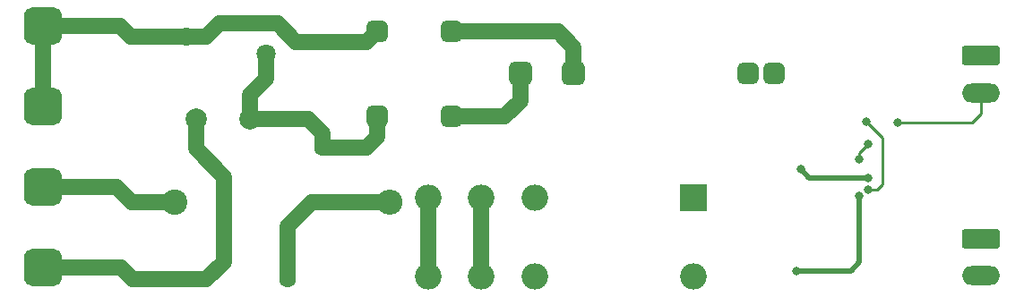
<source format=gbr>
%TF.GenerationSoftware,KiCad,Pcbnew,7.0.7-7.0.7~ubuntu22.04.1*%
%TF.CreationDate,2024-01-12T18:41:48+05:30*%
%TF.ProjectId,electronic-limit-sw,656c6563-7472-46f6-9e69-632d6c696d69,1.0.0*%
%TF.SameCoordinates,Original*%
%TF.FileFunction,Copper,L2,Bot*%
%TF.FilePolarity,Positive*%
%FSLAX46Y46*%
G04 Gerber Fmt 4.6, Leading zero omitted, Abs format (unit mm)*
G04 Created by KiCad (PCBNEW 7.0.7-7.0.7~ubuntu22.04.1) date 2024-01-12 18:41:48*
%MOMM*%
%LPD*%
G01*
G04 APERTURE LIST*
G04 Aperture macros list*
%AMRoundRect*
0 Rectangle with rounded corners*
0 $1 Rounding radius*
0 $2 $3 $4 $5 $6 $7 $8 $9 X,Y pos of 4 corners*
0 Add a 4 corners polygon primitive as box body*
4,1,4,$2,$3,$4,$5,$6,$7,$8,$9,$2,$3,0*
0 Add four circle primitives for the rounded corners*
1,1,$1+$1,$2,$3*
1,1,$1+$1,$4,$5*
1,1,$1+$1,$6,$7*
1,1,$1+$1,$8,$9*
0 Add four rect primitives between the rounded corners*
20,1,$1+$1,$2,$3,$4,$5,0*
20,1,$1+$1,$4,$5,$6,$7,0*
20,1,$1+$1,$6,$7,$8,$9,0*
20,1,$1+$1,$8,$9,$2,$3,0*%
G04 Aperture macros list end*
%TA.AperFunction,ComponentPad*%
%ADD10C,2.000000*%
%TD*%
%TA.AperFunction,ComponentPad*%
%ADD11C,2.400000*%
%TD*%
%TA.AperFunction,ComponentPad*%
%ADD12O,2.400000X2.400000*%
%TD*%
%TA.AperFunction,ComponentPad*%
%ADD13R,2.500000X2.500000*%
%TD*%
%TA.AperFunction,ComponentPad*%
%ADD14O,2.500000X2.500000*%
%TD*%
%TA.AperFunction,ComponentPad*%
%ADD15RoundRect,0.500000X-0.500000X-0.500000X0.500000X-0.500000X0.500000X0.500000X-0.500000X0.500000X0*%
%TD*%
%TA.AperFunction,ComponentPad*%
%ADD16C,1.600000*%
%TD*%
%TA.AperFunction,ComponentPad*%
%ADD17C,1.800000*%
%TD*%
%TA.AperFunction,ComponentPad*%
%ADD18RoundRect,0.250000X-1.550000X0.650000X-1.550000X-0.650000X1.550000X-0.650000X1.550000X0.650000X0*%
%TD*%
%TA.AperFunction,ComponentPad*%
%ADD19O,3.600000X1.800000*%
%TD*%
%TA.AperFunction,ComponentPad*%
%ADD20RoundRect,0.550000X-0.550000X-0.550000X0.550000X-0.550000X0.550000X0.550000X-0.550000X0.550000X0*%
%TD*%
%TA.AperFunction,ComponentPad*%
%ADD21RoundRect,0.900000X0.900000X-0.900000X0.900000X0.900000X-0.900000X0.900000X-0.900000X-0.900000X0*%
%TD*%
%TA.AperFunction,ViaPad*%
%ADD22C,0.800000*%
%TD*%
%TA.AperFunction,Conductor*%
%ADD23C,1.500000*%
%TD*%
%TA.AperFunction,Conductor*%
%ADD24C,0.250000*%
%TD*%
%TA.AperFunction,Conductor*%
%ADD25C,0.500000*%
%TD*%
G04 APERTURE END LIST*
D10*
%TO.P,F1,1*%
%TO.N,/AC-L*%
X107300000Y-94800000D03*
%TO.P,F1,2*%
%TO.N,Net-(C1-Pad1)*%
X112380000Y-94800000D03*
%TD*%
D11*
%TO.P,R3,1*%
%TO.N,/AC-L-CNT*%
X105290000Y-102650000D03*
D12*
%TO.P,R3,2*%
%TO.N,Net-(C2-Pad1)*%
X125610000Y-102650000D03*
%TD*%
D13*
%TO.P,RL1,1*%
%TO.N,+5V*%
X154300000Y-102200000D03*
D14*
%TO.P,RL1,2*%
%TO.N,unconnected-(RL1-Pad2)*%
X139300000Y-102200000D03*
%TO.P,RL1,3*%
%TO.N,/AC-L*%
X134300000Y-102200000D03*
%TO.P,RL1,4*%
%TO.N,/AC-L-CNT*%
X129300000Y-102200000D03*
%TO.P,RL1,5*%
X129300000Y-109700000D03*
%TO.P,RL1,6*%
%TO.N,/AC-L*%
X134300000Y-109700000D03*
%TO.P,RL1,7*%
%TO.N,unconnected-(RL1-Pad7)*%
X139300000Y-109700000D03*
%TO.P,RL1,8*%
%TO.N,Net-(D5-A)*%
X154300000Y-109700000D03*
%TD*%
D15*
%TO.P,FL1,1,1*%
%TO.N,/AC-N*%
X124440000Y-86500000D03*
%TO.P,FL1,2,2*%
%TO.N,Net-(PS1-AC{slash}N)*%
X131440000Y-86500000D03*
%TO.P,FL1,3,3*%
%TO.N,Net-(C1-Pad1)*%
X124440000Y-94500000D03*
%TO.P,FL1,4,4*%
%TO.N,Net-(PS1-AC{slash}L)*%
X131440000Y-94500000D03*
%TD*%
D16*
%TO.P,C1,1*%
%TO.N,Net-(C1-Pad1)*%
X119300000Y-97500000D03*
%TO.P,C1,2*%
%TO.N,/AC-N*%
X119300000Y-87500000D03*
%TD*%
%TO.P,C2,1*%
%TO.N,Net-(C2-Pad1)*%
X116000000Y-109950000D03*
%TO.P,C2,2*%
%TO.N,/AC-L*%
X106000000Y-109950000D03*
%TD*%
D17*
%TO.P,TH1,1*%
%TO.N,Net-(C1-Pad1)*%
X113900000Y-88600000D03*
%TO.P,TH1,2*%
%TO.N,/AC-N*%
X106400000Y-86966670D03*
%TD*%
D18*
%TO.P,J1,1,Pin_1*%
%TO.N,Net-(J1-Pin_1)*%
X181500000Y-106100000D03*
D19*
%TO.P,J1,2,Pin_2*%
%TO.N,GND*%
X181500000Y-109600000D03*
%TD*%
D20*
%TO.P,PS1,1,AC/L*%
%TO.N,Net-(PS1-AC{slash}L)*%
X137957500Y-90457500D03*
%TO.P,PS1,2,AC/N*%
%TO.N,Net-(PS1-AC{slash}N)*%
X142957500Y-90457500D03*
D15*
%TO.P,PS1,3,-Vout*%
%TO.N,GND*%
X159457500Y-90457500D03*
%TO.P,PS1,4,+Vout*%
%TO.N,+5V*%
X161957500Y-90457500D03*
%TD*%
D21*
%TO.P,J4,1,Pin_1*%
%TO.N,/AC-L*%
X92900000Y-108840000D03*
%TO.P,J4,2,Pin_2*%
%TO.N,/AC-L-CNT*%
X92900000Y-101220000D03*
%TO.P,J4,3,Pin_3*%
%TO.N,/AC-N*%
X92900000Y-93600000D03*
%TO.P,J4,4,Pin_4*%
X92900000Y-85980000D03*
%TD*%
D18*
%TO.P,J2,1,Pin_1*%
%TO.N,Net-(J2-Pin_1)*%
X181500000Y-88800000D03*
D19*
%TO.P,J2,2,Pin_2*%
%TO.N,GND*%
X181500000Y-92300000D03*
%TD*%
D22*
%TO.N,GND*%
X173600000Y-95100000D03*
%TO.N,/ICSPCLK*%
X170850000Y-101500000D03*
X170700000Y-95050000D03*
%TO.N,/ICSPDAT*%
X170850000Y-100350000D03*
X164450000Y-99550000D03*
%TO.N,/~{MCLR}*%
X169950000Y-98600000D03*
X170800000Y-97100000D03*
%TO.N,/OUTPUT*%
X170026368Y-102066247D03*
X164050000Y-109150000D03*
%TD*%
D23*
%TO.N,Net-(C1-Pad1)*%
X124440000Y-94500000D02*
X124440000Y-96460000D01*
X113900000Y-88600000D02*
X113900000Y-91000000D01*
X119300000Y-97500000D02*
X119300000Y-96150000D01*
X123400000Y-97500000D02*
X119300000Y-97500000D01*
X113900000Y-91000000D02*
X112380000Y-92520000D01*
X112380000Y-94800000D02*
X117950000Y-94800000D01*
X124440000Y-96460000D02*
X123400000Y-97500000D01*
X119300000Y-96150000D02*
X117950000Y-94800000D01*
X112380000Y-92520000D02*
X112380000Y-94800000D01*
%TO.N,/AC-N*%
X92900000Y-85980000D02*
X100180000Y-85980000D01*
X123440000Y-87500000D02*
X124440000Y-86500000D01*
X116750000Y-87500000D02*
X119300000Y-87500000D01*
X106400000Y-86966670D02*
X108283330Y-86966670D01*
X115000000Y-85750000D02*
X116750000Y-87500000D01*
X119300000Y-87500000D02*
X123440000Y-87500000D01*
X100180000Y-85980000D02*
X101166670Y-86966670D01*
X109500000Y-85750000D02*
X115000000Y-85750000D01*
X92900000Y-93600000D02*
X92900000Y-85980000D01*
X101166670Y-86966670D02*
X106400000Y-86966670D01*
X108283330Y-86966670D02*
X109500000Y-85750000D01*
%TO.N,Net-(C2-Pad1)*%
X116000000Y-104900000D02*
X118250000Y-102650000D01*
X116000000Y-109950000D02*
X116000000Y-104900000D01*
X118250000Y-102650000D02*
X125610000Y-102650000D01*
%TO.N,/AC-L*%
X106000000Y-109950000D02*
X101350000Y-109950000D01*
X108300000Y-109950000D02*
X109950000Y-108300000D01*
X101350000Y-109950000D02*
X100240000Y-108840000D01*
X109950000Y-100250000D02*
X107300000Y-97600000D01*
X109950000Y-108300000D02*
X109950000Y-100250000D01*
X106000000Y-109950000D02*
X108300000Y-109950000D01*
X107300000Y-97600000D02*
X107300000Y-94800000D01*
X134300000Y-109700000D02*
X134300000Y-102200000D01*
X100240000Y-108840000D02*
X92900000Y-108840000D01*
D24*
%TO.N,GND*%
X173600000Y-95100000D02*
X180700000Y-95100000D01*
X180700000Y-95100000D02*
X181500000Y-94300000D01*
X181500000Y-94300000D02*
X181500000Y-92300000D01*
%TO.N,/ICSPCLK*%
X171650000Y-101500000D02*
X172200000Y-100950000D01*
X170700000Y-95050000D02*
X172200000Y-96550000D01*
X172200000Y-100950000D02*
X172200000Y-98500000D01*
X172200000Y-96550000D02*
X172200000Y-98500000D01*
X171650000Y-101500000D02*
X170850000Y-101500000D01*
D25*
%TO.N,/ICSPDAT*%
X165250000Y-100350000D02*
X164450000Y-99550000D01*
X170850000Y-100350000D02*
X165250000Y-100350000D01*
D23*
%TO.N,Net-(PS1-AC{slash}N)*%
X141500000Y-86500000D02*
X143000000Y-88000000D01*
X143000000Y-90415000D02*
X142957500Y-90457500D01*
X131440000Y-86500000D02*
X141500000Y-86500000D01*
X143000000Y-88000000D02*
X143000000Y-90415000D01*
%TO.N,Net-(PS1-AC{slash}L)*%
X131440000Y-94500000D02*
X136500000Y-94500000D01*
X136500000Y-94500000D02*
X137957500Y-93042500D01*
X137957500Y-93042500D02*
X137957500Y-90457500D01*
D24*
%TO.N,/~{MCLR}*%
X169950000Y-97950000D02*
X170800000Y-97100000D01*
X169950000Y-98600000D02*
X169950000Y-97950000D01*
D23*
%TO.N,/AC-L-CNT*%
X99820000Y-101220000D02*
X101250000Y-102650000D01*
X92900000Y-101220000D02*
X99820000Y-101220000D01*
X129300000Y-109700000D02*
X129300000Y-102200000D01*
X101250000Y-102650000D02*
X105290000Y-102650000D01*
D25*
%TO.N,/OUTPUT*%
X164050000Y-109150000D02*
X169200000Y-109150000D01*
D24*
X170026368Y-102066247D02*
X170050000Y-102089879D01*
D25*
X169200000Y-109150000D02*
X170026368Y-108323632D01*
X170026368Y-108323632D02*
X170026368Y-102066247D01*
%TD*%
M02*

</source>
